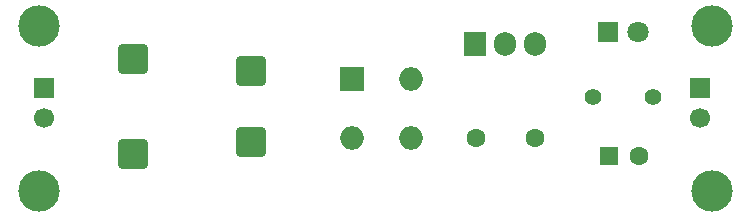
<source format=gbr>
%TF.GenerationSoftware,KiCad,Pcbnew,9.0.4*%
%TF.CreationDate,2025-10-03T00:17:37+05:30*%
%TF.ProjectId,Project 3,50726f6a-6563-4742-9033-2e6b69636164,rev?*%
%TF.SameCoordinates,Original*%
%TF.FileFunction,Copper,L2,Bot*%
%TF.FilePolarity,Positive*%
%FSLAX46Y46*%
G04 Gerber Fmt 4.6, Leading zero omitted, Abs format (unit mm)*
G04 Created by KiCad (PCBNEW 9.0.4) date 2025-10-03 00:17:37*
%MOMM*%
%LPD*%
G01*
G04 APERTURE LIST*
G04 Aperture macros list*
%AMRoundRect*
0 Rectangle with rounded corners*
0 $1 Rounding radius*
0 $2 $3 $4 $5 $6 $7 $8 $9 X,Y pos of 4 corners*
0 Add a 4 corners polygon primitive as box body*
4,1,4,$2,$3,$4,$5,$6,$7,$8,$9,$2,$3,0*
0 Add four circle primitives for the rounded corners*
1,1,$1+$1,$2,$3*
1,1,$1+$1,$4,$5*
1,1,$1+$1,$6,$7*
1,1,$1+$1,$8,$9*
0 Add four rect primitives between the rounded corners*
20,1,$1+$1,$2,$3,$4,$5,0*
20,1,$1+$1,$4,$5,$6,$7,0*
20,1,$1+$1,$6,$7,$8,$9,0*
20,1,$1+$1,$8,$9,$2,$3,0*%
G04 Aperture macros list end*
%TA.AperFunction,ComponentPad*%
%ADD10C,1.800000*%
%TD*%
%TA.AperFunction,ComponentPad*%
%ADD11R,1.800000X1.800000*%
%TD*%
%TA.AperFunction,ComponentPad*%
%ADD12C,1.700000*%
%TD*%
%TA.AperFunction,ComponentPad*%
%ADD13R,1.700000X1.700000*%
%TD*%
%TA.AperFunction,ComponentPad*%
%ADD14C,1.600000*%
%TD*%
%TA.AperFunction,ComponentPad*%
%ADD15O,1.905000X2.000000*%
%TD*%
%TA.AperFunction,ComponentPad*%
%ADD16R,1.905000X2.000000*%
%TD*%
%TA.AperFunction,ComponentPad*%
%ADD17O,2.000000X2.000000*%
%TD*%
%TA.AperFunction,ComponentPad*%
%ADD18R,2.000000X2.000000*%
%TD*%
%TA.AperFunction,ComponentPad*%
%ADD19C,1.400000*%
%TD*%
%TA.AperFunction,ComponentPad*%
%ADD20RoundRect,0.381000X-0.889000X-0.889000X0.889000X-0.889000X0.889000X0.889000X-0.889000X0.889000X0*%
%TD*%
%TA.AperFunction,ComponentPad*%
%ADD21RoundRect,0.250000X-0.550000X-0.550000X0.550000X-0.550000X0.550000X0.550000X-0.550000X0.550000X0*%
%TD*%
%TA.AperFunction,ViaPad*%
%ADD22C,3.500000*%
%TD*%
G04 APERTURE END LIST*
D10*
%TO.P,D2,2,A*%
%TO.N,Net-(D2-A)*%
X173770000Y-94000000D03*
D11*
%TO.P,D2,1,K*%
%TO.N,GND*%
X171230000Y-94000000D03*
%TD*%
D12*
%TO.P,J2,2,Pin_2*%
%TO.N,Net-(J2-Pin_2)*%
X179000000Y-101265000D03*
D13*
%TO.P,J2,1,Pin_1*%
%TO.N,GND*%
X179000000Y-98725000D03*
%TD*%
D14*
%TO.P,C1,2*%
%TO.N,GND*%
X165000000Y-103000000D03*
%TO.P,C1,1*%
%TO.N,Net-(D1-+)*%
X160000000Y-103000000D03*
%TD*%
D15*
%TO.P,U1,3,OUT*%
%TO.N,Net-(J2-Pin_2)*%
X165000000Y-95000000D03*
%TO.P,U1,2,GND*%
%TO.N,GND*%
X162460000Y-95000000D03*
D16*
%TO.P,U1,1,IN*%
%TO.N,Net-(D1-+)*%
X159920000Y-95000000D03*
%TD*%
D12*
%TO.P,J1,2,Pin_2*%
%TO.N,Net-(J1-Pin_2)*%
X123500000Y-101265000D03*
D13*
%TO.P,J1,1,Pin_1*%
%TO.N,Net-(J1-Pin_1)*%
X123500000Y-98725000D03*
%TD*%
D17*
%TO.P,D1,4*%
%TO.N,Net-(T1-SB)*%
X154500000Y-98000000D03*
%TO.P,D1,3,-*%
%TO.N,GND*%
X154500000Y-103000000D03*
%TO.P,D1,2*%
%TO.N,Net-(T1-SA)*%
X149500000Y-103000000D03*
D18*
%TO.P,D1,1,+*%
%TO.N,Net-(D1-+)*%
X149500000Y-98000000D03*
%TD*%
D19*
%TO.P,R1,2*%
%TO.N,Net-(D2-A)*%
X175000000Y-99500000D03*
%TO.P,R1,1*%
%TO.N,Net-(J2-Pin_2)*%
X169920000Y-99500000D03*
%TD*%
D20*
%TO.P,T1,4,SB*%
%TO.N,Net-(T1-SB)*%
X141000000Y-97350000D03*
%TO.P,T1,3,SA*%
%TO.N,Net-(T1-SA)*%
X141000000Y-103350000D03*
%TO.P,T1,2,AB*%
%TO.N,Net-(J1-Pin_2)*%
X131000000Y-104350000D03*
%TO.P,T1,1,AA*%
%TO.N,Net-(J1-Pin_1)*%
X131000000Y-96350000D03*
%TD*%
D14*
%TO.P,C2,2*%
%TO.N,GND*%
X173817621Y-104500000D03*
D21*
%TO.P,C2,1*%
%TO.N,Net-(J2-Pin_2)*%
X171317621Y-104500000D03*
%TD*%
D22*
%TO.N,*%
X180000000Y-107500000D03*
X123000000Y-107500000D03*
X123000000Y-93500000D03*
X180000000Y-93500000D03*
%TD*%
M02*

</source>
